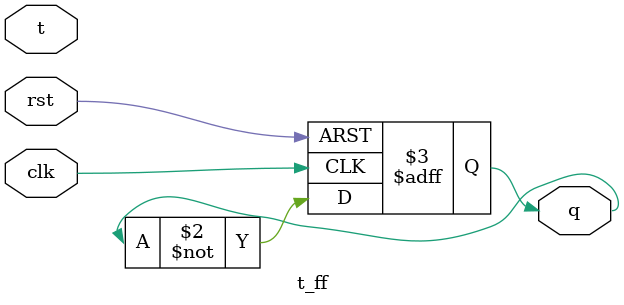
<source format=v>
module t_ff (
    input t, 
    input clk, 
    input rst, 
    output reg q
);
    always @(negedge clk or posedge rst) begin
        if (rst) 
            q <= 1'b0;  
        else 
            q <= ~q;
    end
endmodule


</source>
